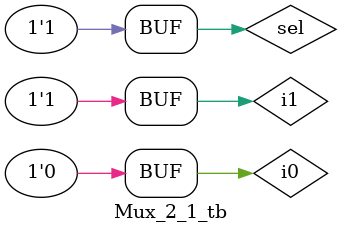
<source format=v>
module mux_2_1(
input  sel,
input  i0,i1,
output  y);


assign y = sel? i1:i0;
endmodule


module Mux_2_1_tb;
reg i0,i1,sel;
wire y;

mux_2_1 mux(i0,i1,sel,y);
  initial begin
  $monitor("sel=%h:i0=%h,i1=%h:y=%h",sel,i0,i1,y);
  i0 = 0;i1 = 1;
  sel = 0;
  #1;
  sel=1;
  end
endmodule

</source>
